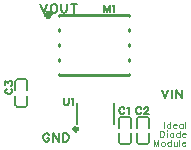
<source format=gto>
G04 Layer: TopSilkscreenLayer*
G04 EasyEDA Pro v2.2.45.4, 2025-12-23 10:37:26*
G04 Gerber Generator version 0.3*
G04 Scale: 100 percent, Rotated: No, Reflected: No*
G04 Dimensions in millimeters*
G04 Leading zeros omitted, absolute positions, 4 integers and 5 decimals*
G04 Generated by one-click*
%FSLAX45Y45*%
%MOMM*%
%ADD10C,0.1778*%
%ADD11C,0.1016*%
%ADD12C,0.127*%
%ADD13C,0.1524*%
%ADD14C,0.254*%
%ADD15C,0.5*%
%ADD16C,0.3048*%
%ADD17C,0.3*%
G75*


G04 Text Start*
G54D10*
G01X1367790Y-733806D02*
G01X1395222Y-805434D01*
G01X1422400Y-733806D02*
G01X1395222Y-805434D01*
G01X1456690Y-733806D02*
G01X1456690Y-805434D01*
G01X1490980Y-733806D02*
G01X1490980Y-805434D01*
G01X1490980Y-733806D02*
G01X1538732Y-805434D01*
G01X1538732Y-733806D02*
G01X1538732Y-805434D01*
G01X339090Y-9906D02*
G01X366522Y-81534D01*
G01X393700Y-9906D02*
G01X366522Y-81534D01*
G01X448310Y-9906D02*
G01X441452Y-13208D01*
G01X434594Y-20066D01*
G01X431292Y-26924D01*
G01X427990Y-37084D01*
G01X427990Y-54102D01*
G01X431292Y-64516D01*
G01X434594Y-71374D01*
G01X441452Y-78232D01*
G01X448310Y-81534D01*
G01X462026Y-81534D01*
G01X468884Y-78232D01*
G01X475742Y-71374D01*
G01X479044Y-64516D01*
G01X482600Y-54102D01*
G01X482600Y-37084D01*
G01X479044Y-26924D01*
G01X475742Y-20066D01*
G01X468884Y-13208D01*
G01X462026Y-9906D01*
G01X448310Y-9906D01*
G01X516890Y-9906D02*
G01X516890Y-60960D01*
G01X520192Y-71374D01*
G01X527050Y-78232D01*
G01X537210Y-81534D01*
G01X544068Y-81534D01*
G01X554228Y-78232D01*
G01X561086Y-71374D01*
G01X564642Y-60960D01*
G01X564642Y-9906D01*
G01X622808Y-9906D02*
G01X622808Y-81534D01*
G01X598932Y-9906D02*
G01X646684Y-9906D01*
G01X415798Y-1119124D02*
G01X412242Y-1112266D01*
G01X405384Y-1105408D01*
G01X398526Y-1102106D01*
G01X385064Y-1102106D01*
G01X378206Y-1105408D01*
G01X371348Y-1112266D01*
G01X367792Y-1119124D01*
G01X364490Y-1129284D01*
G01X364490Y-1146302D01*
G01X367792Y-1156716D01*
G01X371348Y-1163574D01*
G01X378206Y-1170432D01*
G01X385064Y-1173734D01*
G01X398526Y-1173734D01*
G01X405384Y-1170432D01*
G01X412242Y-1163574D01*
G01X415798Y-1156716D01*
G01X415798Y-1146302D01*
G01X398526Y-1146302D02*
G01X415798Y-1146302D01*
G01X450088Y-1102106D02*
G01X450088Y-1173734D01*
G01X450088Y-1102106D02*
G01X497840Y-1173734D01*
G01X497840Y-1102106D02*
G01X497840Y-1173734D01*
G01X532130Y-1102106D02*
G01X532130Y-1173734D01*
G01X532130Y-1102106D02*
G01X556006Y-1102106D01*
G01X566166Y-1105408D01*
G01X573024Y-1112266D01*
G01X576326Y-1119124D01*
G01X579882Y-1129284D01*
G01X579882Y-1146302D01*
G01X576326Y-1156716D01*
G01X573024Y-1163574D01*
G01X566166Y-1170432D01*
G01X556006Y-1173734D01*
G01X532130Y-1173734D01*
G54D11*
G01X1389380Y-1005586D02*
G01X1389380Y-1057148D01*
G01X1440942Y-1005586D02*
G01X1440942Y-1057148D01*
G01X1440942Y-1030224D02*
G01X1435862Y-1025144D01*
G01X1431036Y-1022858D01*
G01X1423670Y-1022858D01*
G01X1418844Y-1025144D01*
G01X1413764Y-1030224D01*
G01X1411478Y-1037590D01*
G01X1411478Y-1042416D01*
G01X1413764Y-1049782D01*
G01X1418844Y-1054862D01*
G01X1423670Y-1057148D01*
G01X1431036Y-1057148D01*
G01X1435862Y-1054862D01*
G01X1440942Y-1049782D01*
G01X1463040Y-1037590D02*
G01X1492504Y-1037590D01*
G01X1492504Y-1032510D01*
G01X1489964Y-1027684D01*
G01X1487424Y-1025144D01*
G01X1482598Y-1022858D01*
G01X1475232Y-1022858D01*
G01X1470406Y-1025144D01*
G01X1465326Y-1030224D01*
G01X1463040Y-1037590D01*
G01X1463040Y-1042416D01*
G01X1465326Y-1049782D01*
G01X1470406Y-1054862D01*
G01X1475232Y-1057148D01*
G01X1482598Y-1057148D01*
G01X1487424Y-1054862D01*
G01X1492504Y-1049782D01*
G01X1544066Y-1022858D02*
G01X1544066Y-1057148D01*
G01X1544066Y-1030224D02*
G01X1538986Y-1025144D01*
G01X1534160Y-1022858D01*
G01X1526794Y-1022858D01*
G01X1521968Y-1025144D01*
G01X1516888Y-1030224D01*
G01X1514602Y-1037590D01*
G01X1514602Y-1042416D01*
G01X1516888Y-1049782D01*
G01X1521968Y-1054862D01*
G01X1526794Y-1057148D01*
G01X1534160Y-1057148D01*
G01X1538986Y-1054862D01*
G01X1544066Y-1049782D01*
G01X1566164Y-1005586D02*
G01X1566164Y-1057148D01*
G01X1351280Y-1081786D02*
G01X1351280Y-1133348D01*
G01X1351280Y-1081786D02*
G01X1368552Y-1081786D01*
G01X1375918Y-1084072D01*
G01X1380744Y-1089152D01*
G01X1383284Y-1093978D01*
G01X1385824Y-1101344D01*
G01X1385824Y-1113790D01*
G01X1383284Y-1121156D01*
G01X1380744Y-1125982D01*
G01X1375918Y-1131062D01*
G01X1368552Y-1133348D01*
G01X1351280Y-1133348D01*
G01X1407922Y-1081786D02*
G01X1410208Y-1084072D01*
G01X1412748Y-1081786D01*
G01X1410208Y-1079246D01*
G01X1407922Y-1081786D01*
G01X1410208Y-1099058D02*
G01X1410208Y-1133348D01*
G01X1447038Y-1099058D02*
G01X1442212Y-1101344D01*
G01X1437132Y-1106424D01*
G01X1434846Y-1113790D01*
G01X1434846Y-1118616D01*
G01X1437132Y-1125982D01*
G01X1442212Y-1131062D01*
G01X1447038Y-1133348D01*
G01X1454404Y-1133348D01*
G01X1459230Y-1131062D01*
G01X1464310Y-1125982D01*
G01X1466596Y-1118616D01*
G01X1466596Y-1113790D01*
G01X1464310Y-1106424D01*
G01X1459230Y-1101344D01*
G01X1454404Y-1099058D01*
G01X1447038Y-1099058D01*
G01X1518158Y-1081786D02*
G01X1518158Y-1133348D01*
G01X1518158Y-1106424D02*
G01X1513078Y-1101344D01*
G01X1508252Y-1099058D01*
G01X1500886Y-1099058D01*
G01X1496060Y-1101344D01*
G01X1490980Y-1106424D01*
G01X1488694Y-1113790D01*
G01X1488694Y-1118616D01*
G01X1490980Y-1125982D01*
G01X1496060Y-1131062D01*
G01X1500886Y-1133348D01*
G01X1508252Y-1133348D01*
G01X1513078Y-1131062D01*
G01X1518158Y-1125982D01*
G01X1540256Y-1113790D02*
G01X1569720Y-1113790D01*
G01X1569720Y-1108710D01*
G01X1567180Y-1103884D01*
G01X1564640Y-1101344D01*
G01X1559814Y-1099058D01*
G01X1552448Y-1099058D01*
G01X1547622Y-1101344D01*
G01X1542542Y-1106424D01*
G01X1540256Y-1113790D01*
G01X1540256Y-1118616D01*
G01X1542542Y-1125982D01*
G01X1547622Y-1131062D01*
G01X1552448Y-1133348D01*
G01X1559814Y-1133348D01*
G01X1564640Y-1131062D01*
G01X1569720Y-1125982D01*
G01X1300480Y-1157986D02*
G01X1300480Y-1209548D01*
G01X1300480Y-1157986D02*
G01X1320292Y-1209548D01*
G01X1339850Y-1157986D02*
G01X1320292Y-1209548D01*
G01X1339850Y-1157986D02*
G01X1339850Y-1209548D01*
G01X1374140Y-1175258D02*
G01X1369314Y-1177544D01*
G01X1364234Y-1182624D01*
G01X1361948Y-1189990D01*
G01X1361948Y-1194816D01*
G01X1364234Y-1202182D01*
G01X1369314Y-1207262D01*
G01X1374140Y-1209548D01*
G01X1381506Y-1209548D01*
G01X1386332Y-1207262D01*
G01X1391412Y-1202182D01*
G01X1393698Y-1194816D01*
G01X1393698Y-1189990D01*
G01X1391412Y-1182624D01*
G01X1386332Y-1177544D01*
G01X1381506Y-1175258D01*
G01X1374140Y-1175258D01*
G01X1445260Y-1157986D02*
G01X1445260Y-1209548D01*
G01X1445260Y-1182624D02*
G01X1440180Y-1177544D01*
G01X1435354Y-1175258D01*
G01X1427988Y-1175258D01*
G01X1423162Y-1177544D01*
G01X1418082Y-1182624D01*
G01X1415796Y-1189990D01*
G01X1415796Y-1194816D01*
G01X1418082Y-1202182D01*
G01X1423162Y-1207262D01*
G01X1427988Y-1209548D01*
G01X1435354Y-1209548D01*
G01X1440180Y-1207262D01*
G01X1445260Y-1202182D01*
G01X1467358Y-1175258D02*
G01X1467358Y-1199642D01*
G01X1469644Y-1207262D01*
G01X1474724Y-1209548D01*
G01X1482090Y-1209548D01*
G01X1486916Y-1207262D01*
G01X1494282Y-1199642D01*
G01X1494282Y-1175258D02*
G01X1494282Y-1209548D01*
G01X1516380Y-1157986D02*
G01X1516380Y-1209548D01*
G01X1538478Y-1189990D02*
G01X1567942Y-1189990D01*
G01X1567942Y-1184910D01*
G01X1565402Y-1180084D01*
G01X1562862Y-1177544D01*
G01X1558036Y-1175258D01*
G01X1550670Y-1175258D01*
G01X1545844Y-1177544D01*
G01X1540764Y-1182624D01*
G01X1538478Y-1189990D01*
G01X1538478Y-1194816D01*
G01X1540764Y-1202182D01*
G01X1545844Y-1207262D01*
G01X1550670Y-1209548D01*
G01X1558036Y-1209548D01*
G01X1562862Y-1207262D01*
G01X1567942Y-1202182D01*
G54D12*
G01X1051306Y-894842D02*
G01X1048512Y-889508D01*
G01X1042924Y-883920D01*
G01X1037336Y-881126D01*
G01X1026414Y-881126D01*
G01X1020826Y-883920D01*
G01X1015238Y-889508D01*
G01X1012444Y-894842D01*
G01X1009650Y-903224D01*
G01X1009650Y-917194D01*
G01X1012444Y-925576D01*
G01X1015238Y-931164D01*
G01X1020826Y-936752D01*
G01X1026414Y-939292D01*
G01X1037336Y-939292D01*
G01X1042924Y-936752D01*
G01X1048512Y-931164D01*
G01X1051306Y-925576D01*
G01X1077468Y-892302D02*
G01X1082802Y-889508D01*
G01X1091184Y-881126D01*
G01X1091184Y-939292D01*
G01X882650Y-17526D02*
G01X882650Y-75692D01*
G01X882650Y-17526D02*
G01X905002Y-75692D01*
G01X927100Y-17526D02*
G01X905002Y-75692D01*
G01X927100Y-17526D02*
G01X927100Y-75692D01*
G01X953262Y-28702D02*
G01X958596Y-25908D01*
G01X966978Y-17526D01*
G01X966978Y-75692D01*
G01X539750Y-804926D02*
G01X539750Y-846582D01*
G01X542544Y-854964D01*
G01X548132Y-860552D01*
G01X556514Y-863092D01*
G01X562102Y-863092D01*
G01X570230Y-860552D01*
G01X575818Y-854964D01*
G01X578612Y-846582D01*
G01X578612Y-804926D01*
G01X604774Y-816102D02*
G01X610108Y-813308D01*
G01X618490Y-804926D01*
G01X618490Y-863092D01*
G01X1191006Y-894842D02*
G01X1188212Y-889508D01*
G01X1182624Y-883920D01*
G01X1177036Y-881126D01*
G01X1166114Y-881126D01*
G01X1160526Y-883920D01*
G01X1154938Y-889508D01*
G01X1152144Y-894842D01*
G01X1149350Y-903224D01*
G01X1149350Y-917194D01*
G01X1152144Y-925576D01*
G01X1154938Y-931164D01*
G01X1160526Y-936752D01*
G01X1166114Y-939292D01*
G01X1177036Y-939292D01*
G01X1182624Y-936752D01*
G01X1188212Y-931164D01*
G01X1191006Y-925576D01*
G01X1219708Y-894842D02*
G01X1219708Y-892302D01*
G01X1222502Y-886714D01*
G01X1225296Y-883920D01*
G01X1230884Y-881126D01*
G01X1242060Y-881126D01*
G01X1247648Y-883920D01*
G01X1250442Y-886714D01*
G01X1253236Y-892302D01*
G01X1253236Y-897636D01*
G01X1250442Y-903224D01*
G01X1244854Y-911606D01*
G01X1217168Y-939292D01*
G01X1256030Y-939292D01*
G01X56642Y-726694D02*
G01X51308Y-729488D01*
G01X45720Y-735076D01*
G01X42926Y-740664D01*
G01X42926Y-751586D01*
G01X45720Y-757174D01*
G01X51308Y-762762D01*
G01X56642Y-765556D01*
G01X65024Y-768350D01*
G01X78994Y-768350D01*
G01X87376Y-765556D01*
G01X92964Y-762762D01*
G01X98552Y-757174D01*
G01X101092Y-751586D01*
G01X101092Y-740664D01*
G01X98552Y-735076D01*
G01X92964Y-729488D01*
G01X87376Y-726694D01*
G01X42926Y-695198D02*
G01X42926Y-664464D01*
G01X65024Y-681228D01*
G01X65024Y-672846D01*
G01X67818Y-667258D01*
G01X70612Y-664464D01*
G01X78994Y-661670D01*
G01X84582Y-661670D01*
G01X92964Y-664464D01*
G01X98552Y-670052D01*
G01X101092Y-678434D01*
G01X101092Y-686816D01*
G01X98552Y-695198D01*
G01X95758Y-697992D01*
G01X90170Y-700532D01*
G04 Text End*

G04 PolygonModel Start*
G54D13*
G01X1103960Y-1181130D02*
G01X1103960Y-1102121D01*
G01X1004240Y-1102121D02*
G01X1004240Y-1181130D01*
G01X1019480Y-1196370D02*
G01X1088720Y-1196370D01*
G01X1103960Y-977870D02*
G01X1103960Y-1056879D01*
G01X1004240Y-1056879D02*
G01X1004240Y-977870D01*
G01X1019480Y-962630D02*
G01X1088720Y-962630D01*
G01X1004240Y-1181130D02*
G03X1019480Y-1196370I15240J0D01*
G01X1088720Y-1196370D02*
G03X1103960Y-1181130I0J15240D01*
G01X1004240Y-977870D02*
G02X1019480Y-962630I15240J0D01*
G01X1088720Y-962630D02*
G02X1103960Y-977870I0J-15240D01*
G54D14*
G01X495699Y-112743D02*
G01X495699Y-101356D01*
G01X495699Y-101356D02*
G01X1092599Y-101356D01*
G01X495699Y-239743D02*
G01X495699Y-216972D01*
G01X495699Y-366743D02*
G01X495699Y-343972D01*
G01X495699Y-493743D02*
G01X495699Y-470972D01*
G01X1092599Y-597464D02*
G01X1092599Y-609356D01*
G01X1092599Y-609356D02*
G01X495699Y-609356D01*
G01X495699Y-609356D02*
G01X495699Y-597972D01*
G01X1092599Y-471480D02*
G01X1092599Y-493232D01*
G01X1092599Y-344480D02*
G01X1092599Y-367251D01*
G01X1092599Y-217480D02*
G01X1092599Y-240251D01*
G01X1092599Y-101356D02*
G01X1092599Y-113251D01*
G54D15*
G01X406397Y-88654D02*
G03X406524Y-113545I127J-12445D01*
G03X406651Y-88654I0J12446D01*
G54D13*
G01X960746Y-1027463D02*
G01X960746Y-849622D01*
G01X652908Y-1027463D02*
G01X652908Y-849622D01*
G01X1256360Y-1181130D02*
G01X1256360Y-1102121D01*
G01X1156640Y-1102121D02*
G01X1156640Y-1181130D01*
G01X1171880Y-1196370D02*
G01X1241120Y-1196370D01*
G01X1256360Y-977870D02*
G01X1256360Y-1056879D01*
G01X1156640Y-1056879D02*
G01X1156640Y-977870D01*
G01X1171880Y-962630D02*
G01X1241120Y-962630D01*
G01X1156640Y-1181130D02*
G03X1171880Y-1196370I15240J0D01*
G01X1241120Y-1196370D02*
G03X1256360Y-1181130I0J15240D01*
G01X1156640Y-977870D02*
G02X1171880Y-962630I15240J0D01*
G01X1241120Y-962630D02*
G02X1256360Y-977870I0J-15240D01*
G01X227660Y-863630D02*
G01X227660Y-784621D01*
G01X127940Y-784621D02*
G01X127940Y-863630D01*
G01X143180Y-878870D02*
G01X212420Y-878870D01*
G01X227660Y-660370D02*
G01X227660Y-739379D01*
G01X127940Y-739379D02*
G01X127940Y-660370D01*
G01X143180Y-645130D02*
G01X212420Y-645130D01*
G01X127940Y-863630D02*
G03X143180Y-878870I15240J0D01*
G01X212420Y-878870D02*
G03X227660Y-863630I0J15240D01*
G01X127940Y-660370D02*
G02X143180Y-645130I15240J0D01*
G01X212420Y-645130D02*
G02X227660Y-660370I0J-15240D01*

G04 Circle Start*
G54D17*
G01X624989Y-1068692D02*
G03X655011Y-1068692I15011J0D01*
G03X624989Y-1068692I-15011J0D01*
G04 Circle End*

M02*


</source>
